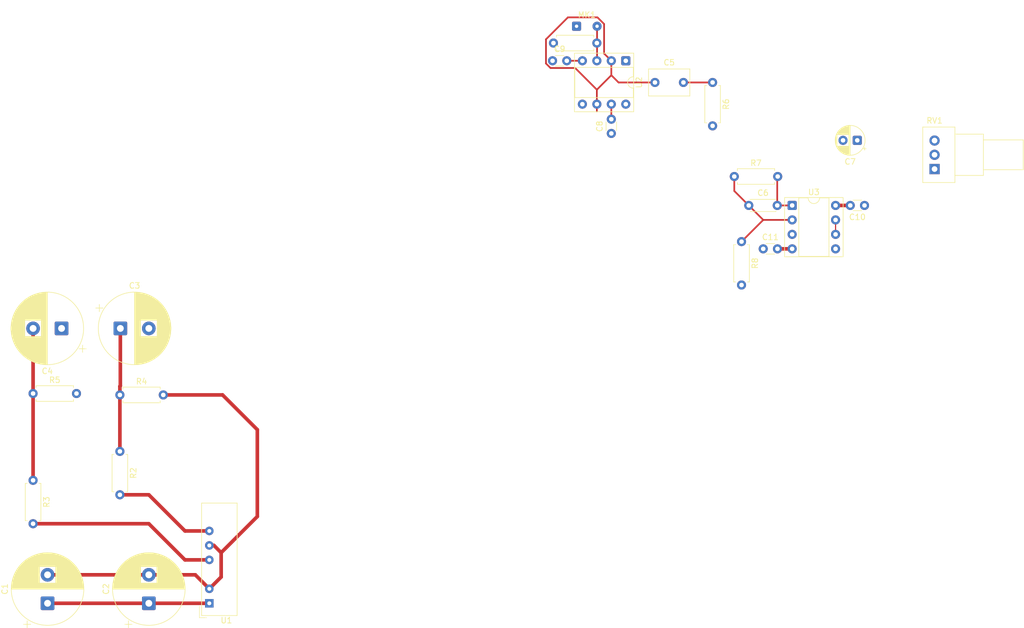
<source format=kicad_pcb>
(kicad_pcb (version 20241229) (generator "pcbnew") (generator_version "9.0")
  (layers (0 "F.Cu" signal) (2 "B.Cu" signal) (13 "F.Paste" user) (15 "B.Paste" user) (5 "F.SilkS" user "F.Silkscreen") (7 "B.SilkS" user "B.Silkscreen") (1 "F.Mask" user) (3 "B.Mask" user) (25 "Edge.Cuts" user))
  (net 0 "")
  (net 1 "Net-(U3A-+)")
  (net 2 "GND")
  (net 3 "+5V")
  (net 4 "+15V")
  (net 5 "-15V")
  (net 6 "Net-(U3A--)")
  (net 7 "Net-(C6-Pad2)")
  (net 8 "Net-(U2A--)")
  (net 9 "Net-(MK1-+)")
  (net 10 "Net-(U1-VOUT+)")
  (net 11 "Net-(U1-VOUT-)")
  (net 12 "AudioOUT")
  (net 13 "Net-(C7-Pad2)")
  (net 17 "Net-(U3B--)")
  (footprint "Capacitor_THT:CP_Radial_D12.5mm_P5.00mm" (layer "F.Cu") (at 27.94 74.93 180)
    (property "Reference" "C4" (at 2.5 -7.5 0) (layer "F.SilkS"))
    (property "Value" "2200u")
    (pad "1" thru_hole roundrect (at 0 0 180) (size 2.4 2.4) (drill 1.2) (layers "*.Cu" "*.Mask") (roundrect_rratio 0.104167) (net 2 "GND"))
    (pad "2" thru_hole circle (at 5 0 180) (size 2.4 2.4) (drill 1.2) (layers "*.Cu" "*.Mask") (net 5 "-15V"))
  )
  (footprint "Capacitor_THT:CP_Radial_D5.0mm_P2.50mm" (layer "F.Cu") (at 167.64 41.91 180)
    (property "Reference" "C7" (at 1.25 -3.75 0) (layer "F.SilkS"))
    (property "Value" "10uF")
    (pad "1" thru_hole roundrect (at 0 0 180) (size 1.6 1.6) (drill 0.8) (layers "*.Cu" "*.Mask") (roundrect_rratio 0.15625) (net 7 "Net-(C6-Pad2)"))
    (pad "2" thru_hole circle (at 2.5 0 180) (size 1.6 1.6) (drill 0.8) (layers "*.Cu" "*.Mask") (net 13 "Net-(C7-Pad2)"))
  )
  (footprint "Capacitor_THT:C_Disc_D4.3mm_W1.9mm_P5.00mm" (layer "F.Cu") (at 148.59 53.34)
    (property "Reference" "C6" (at 2.5 -2.2 0) (layer "F.SilkS"))
    (property "Value" "22pF")
    (pad "1" thru_hole circle (at 0 0) (size 1.6 1.6) (drill 0.8) (layers "*.Cu" "*.Mask") (net 6 "Net-(U3A--)"))
    (pad "2" thru_hole circle (at 5 0) (size 1.6 1.6) (drill 0.8) (layers "*.Cu" "*.Mask") (net 7 "Net-(C6-Pad2)"))
  )
  (footprint "Capacitor_THT:C_Disc_D3.0mm_W1.6mm_P2.50mm" (layer "F.Cu") (at 124.46 40.7 90)
    (property "Reference" "C8" (at 1.25 -2.05 90) (layer "F.SilkS"))
    (property "Value" "0u1")
    (pad "1" thru_hole circle (at 0 0 90) (size 1.6 1.6) (drill 0.8) (layers "*.Cu" "*.Mask") (net 2 "GND"))
    (pad "2" thru_hole circle (at 2.5 0 90) (size 1.6 1.6) (drill 0.8) (layers "*.Cu" "*.Mask") (net 4 "+15V"))
  )
  (footprint "Resistor_THT:R_Axial_DIN0207_L6.3mm_D2.5mm_P7.62mm_Horizontal" (layer "F.Cu") (at 38.18 86.61)
    (property "Reference" "R4" (at 3.81 -2.37 0) (layer "F.SilkS"))
    (property "Value" "2k2")
    (pad "1" thru_hole circle (at 0 0) (size 1.6 1.6) (drill 0.8) (layers "*.Cu" "*.Mask") (net 4 "+15V"))
    (pad "2" thru_hole circle (at 7.62 0) (size 1.6 1.6) (drill 0.8) (layers "*.Cu" "*.Mask") (net 2 "GND"))
  )
  (footprint "Potentiometer_THT:Potentiometer_Alps_RK09Y11_Single_Horizontal" (layer "F.Cu") (at 181.21 46.95 180)
    (property "Reference" "RV1" (at 0 8.5 0) (layer "F.SilkS"))
    (property "Value" "R_Potentiometer_US")
    (pad "1" thru_hole rect (at 0 0) (size 1.8 1.8) (drill 1) (layers "*.Cu" "*.Mask") (net 2 "GND"))
    (pad "2" thru_hole circle (at 0 2.5) (size 1.8 1.8) (drill 1) (layers "*.Cu" "*.Mask") (net 12 "AudioOUT"))
    (pad "3" thru_hole circle (at 0 5) (size 1.8 1.8) (drill 1) (layers "*.Cu" "*.Mask") (net 13 "Net-(C7-Pad2)"))
  )
  (footprint "Capacitor_THT:CP_Radial_D12.5mm_P5.00mm" (layer "F.Cu") (at 43.26 123.19 90)
    (property "Reference" "C2" (at 2.5 -7.5 90) (layer "F.SilkS"))
    (property "Value" "2200uF")
    (pad "1" thru_hole roundrect (at 0 0 90) (size 2.4 2.4) (drill 1.2) (layers "*.Cu" "*.Mask") (roundrect_rratio 0.104167) (net 3 "+5V"))
    (pad "2" thru_hole circle (at 5 0 90) (size 2.4 2.4) (drill 1.2) (layers "*.Cu" "*.Mask") (net 2 "GND"))
  )
  (footprint "Capacitor_THT:C_Disc_D3.0mm_W1.6mm_P2.50mm" (layer "F.Cu") (at 114.14 27.94)
    (property "Reference" "C9" (at 1.25 -2.05 0) (layer "F.SilkS"))
    (property "Value" "0u1")
    (pad "1" thru_hole circle (at 0 0) (size 1.6 1.6) (drill 0.8) (layers "*.Cu" "*.Mask") (net 2 "GND"))
    (pad "2" thru_hole circle (at 2.5 0) (size 1.6 1.6) (drill 0.8) (layers "*.Cu" "*.Mask") (net 5 "-15V"))
  )
  (footprint "Capacitor_THT:CP_Radial_D12.5mm_P5.00mm" (layer "F.Cu") (at 25.48 123.19 90)
    (property "Reference" "C1" (at 2.5 -7.5 90) (layer "F.SilkS"))
    (property "Value" "2200uF")
    (pad "1" thru_hole roundrect (at 0 0 90) (size 2.4 2.4) (drill 1.2) (layers "*.Cu" "*.Mask") (roundrect_rratio 0.104167) (net 3 "+5V"))
    (pad "2" thru_hole circle (at 5 0 90) (size 2.4 2.4) (drill 1.2) (layers "*.Cu" "*.Mask") (net 2 "GND"))
  )
  (footprint "Converter_DCDC:Converter_DCDC_Murata_NMAxxxxSC_THT" (layer "F.Cu") (at 53.88 123.19 180)
    (property "Reference" "U1" (at -3 -3 0) (layer "F.SilkS"))
    (property "Value" "NMA0515SC")
    (pad "1" thru_hole rect (at 0 0 180) (size 1.5 1.5) (drill 0.7) (layers "*.Cu" "*.Mask") (net 3 "+5V"))
    (pad "2" thru_hole oval (at 0 2.54 180) (size 1.5 1.5) (drill 0.7) (layers "*.Cu" "*.Mask") (net 2 "GND"))
    (pad "4" thru_hole oval (at 0 7.62 180) (size 1.5 1.5) (drill 0.7) (layers "*.Cu" "*.Mask") (net 11 "Net-(U1-VOUT-)"))
    (pad "5" thru_hole oval (at 0 10.16 180) (size 1.5 1.5) (drill 0.7) (layers "*.Cu" "*.Mask") (net 2 "GND"))
    (pad "6" thru_hole oval (at 0 12.7 180) (size 1.5 1.5) (drill 0.7) (layers "*.Cu" "*.Mask") (net 10 "Net-(U1-VOUT+)"))
  )
  (footprint "Package_DIP:DIP-8_W7.62mm_Socket" (layer "F.Cu") (at 156.21 53.34)
    (property "Reference" "U3" (at 3.81 -2.33 0) (layer "F.SilkS"))
    (property "Value" "NE5532")
    (pad "1" thru_hole roundrect (at 0 0) (size 1.6 1.6) (drill 0.8) (layers "*.Cu" "*.Mask") (roundrect_rratio 0.15625) (net 7 "Net-(C6-Pad2)"))
    (pad "2" thru_hole circle (at 0 2.54) (size 1.6 1.6) (drill 0.8) (layers "*.Cu" "*.Mask") (net 6 "Net-(U3A--)"))
    (pad "3" thru_hole circle (at 0 5.08) (size 1.6 1.6) (drill 0.8) (layers "*.Cu" "*.Mask") (net 1 "Net-(U3A-+)"))
    (pad "4" thru_hole circle (at 0 7.62) (size 1.6 1.6) (drill 0.8) (layers "*.Cu" "*.Mask") (net 5 "-15V"))
    (pad "5" thru_hole circle (at 7.62 7.62) (size 1.6 1.6) (drill 0.8) (layers "*.Cu" "*.Mask") (net 2 "GND"))
    (pad "6" thru_hole circle (at 7.62 5.08) (size 1.6 1.6) (drill 0.8) (layers "*.Cu" "*.Mask") (net 17 "Net-(U3B--)"))
    (pad "7" thru_hole circle (at 7.62 2.54) (size 1.6 1.6) (drill 0.8) (layers "*.Cu" "*.Mask") (net 17 "Net-(U3B--)"))
    (pad "8" thru_hole circle (at 7.62 0) (size 1.6 1.6) (drill 0.8) (layers "*.Cu" "*.Mask") (net 4 "+15V"))
  )
  (footprint "Resistor_THT:R_Axial_DIN0207_L6.3mm_D2.5mm_P7.62mm_Horizontal" (layer "F.Cu") (at 38.18 96.52 -90)
    (property "Reference" "R2" (at 3.81 -2.37 90) (layer "F.SilkS"))
    (property "Value" "100")
    (pad "1" thru_hole circle (at 0 0 270) (size 1.6 1.6) (drill 0.8) (layers "*.Cu" "*.Mask") (net 4 "+15V"))
    (pad "2" thru_hole circle (at 7.62 0 270) (size 1.6 1.6) (drill 0.8) (layers "*.Cu" "*.Mask") (net 10 "Net-(U1-VOUT+)"))
  )
  (footprint "Resistor_THT:R_Axial_DIN0207_L6.3mm_D2.5mm_P7.62mm_Horizontal" (layer "F.Cu") (at 121.92 24.83 180)
    (property "Reference" "R1" (hide yes))
    (property "Value" "1G")
    (pad "1" thru_hole circle (at 0 0 180) (size 1.6 1.6) (drill 0.8) (layers "*.Cu" "*.Mask") (net 9 "Net-(MK1-+)"))
    (pad "2" thru_hole circle (at 7.62 0 180) (size 1.6 1.6) (drill 0.8) (layers "*.Cu" "*.Mask") (net 2 "GND"))
  )
  (footprint "Resistor_THT:R_Axial_DIN0207_L6.3mm_D2.5mm_P7.62mm_Horizontal" (layer "F.Cu") (at 22.94 101.6 -90)
    (property "Reference" "R3" (at 3.81 -2.37 90) (layer "F.SilkS"))
    (property "Value" "100")
    (pad "1" thru_hole circle (at 0 0 270) (size 1.6 1.6) (drill 0.8) (layers "*.Cu" "*.Mask") (net 5 "-15V"))
    (pad "2" thru_hole circle (at 7.62 0 270) (size 1.6 1.6) (drill 0.8) (layers "*.Cu" "*.Mask") (net 11 "Net-(U1-VOUT-)"))
  )
  (footprint "Capacitor_THT:CP_Radial_D12.5mm_P5.00mm" (layer "F.Cu") (at 38.26 74.93)
    (property "Reference" "C3" (at 2.5 -7.5 0) (layer "F.SilkS"))
    (property "Value" "2200u")
    (pad "1" thru_hole roundrect (at 0 0) (size 2.4 2.4) (drill 1.2) (layers "*.Cu" "*.Mask") (roundrect_rratio 0.104167) (net 4 "+15V"))
    (pad "2" thru_hole circle (at 5 0) (size 2.4 2.4) (drill 1.2) (layers "*.Cu" "*.Mask") (net 2 "GND"))
  )
  (footprint "Resistor_THT:R_Axial_DIN0207_L6.3mm_D2.5mm_P7.62mm_Horizontal" (layer "F.Cu") (at 142.24 31.75 -90)
    (property "Reference" "R6" (at 3.81 -2.37 90) (layer "F.SilkS"))
    (property "Value" "47k")
    (pad "1" thru_hole circle (at 0 0 270) (size 1.6 1.6) (drill 0.8) (layers "*.Cu" "*.Mask") (net 1 "Net-(U3A-+)"))
    (pad "2" thru_hole circle (at 7.62 0 270) (size 1.6 1.6) (drill 0.8) (layers "*.Cu" "*.Mask") (net 2 "GND"))
  )
  (footprint "Resistor_THT:R_Axial_DIN0207_L6.3mm_D2.5mm_P7.62mm_Horizontal" (layer "F.Cu") (at 22.94 86.36)
    (property "Reference" "R5" (at 3.81 -2.37 0) (layer "F.SilkS"))
    (property "Value" "2k2")
    (pad "1" thru_hole circle (at 0 0) (size 1.6 1.6) (drill 0.8) (layers "*.Cu" "*.Mask") (net 5 "-15V"))
    (pad "2" thru_hole circle (at 7.62 0) (size 1.6 1.6) (drill 0.8) (layers "*.Cu" "*.Mask") (net 2 "GND"))
  )
  (footprint "Capacitor_THT:C_Disc_D3.0mm_W1.6mm_P2.50mm" (layer "F.Cu") (at 151.13 60.96)
    (property "Reference" "C11" (at 1.25 -2.05 0) (layer "F.SilkS"))
    (property "Value" "0u1")
    (pad "1" thru_hole circle (at 0 0) (size 1.6 1.6) (drill 0.8) (layers "*.Cu" "*.Mask") (net 2 "GND"))
    (pad "2" thru_hole circle (at 2.5 0) (size 1.6 1.6) (drill 0.8) (layers "*.Cu" "*.Mask") (net 5 "-15V"))
  )
  (footprint "Capacitor_THT:C_Disc_D3.0mm_W1.6mm_P2.50mm" (layer "F.Cu") (at 168.91 53.34 180)
    (property "Reference" "C10" (at 1.25 -2.05 0) (layer "F.SilkS"))
    (property "Value" "0u1")
    (pad "1" thru_hole circle (at 0 0 180) (size 1.6 1.6) (drill 0.8) (layers "*.Cu" "*.Mask") (net 2 "GND"))
    (pad "2" thru_hole circle (at 2.5 0 180) (size 1.6 1.6) (drill 0.8) (layers "*.Cu" "*.Mask") (net 4 "+15V"))
  )
  (footprint "Resistor_THT:R_Axial_DIN0207_L6.3mm_D2.5mm_P7.62mm_Horizontal" (layer "F.Cu") (at 146.05 48.26)
    (property "Reference" "R7" (at 3.81 -2.37 0) (layer "F.SilkS"))
    (property "Value" "33k")
    (pad "1" thru_hole circle (at 0 0) (size 1.6 1.6) (drill 0.8) (layers "*.Cu" "*.Mask") (net 6 "Net-(U3A--)"))
    (pad "2" thru_hole circle (at 7.62 0) (size 1.6 1.6) (drill 0.8) (layers "*.Cu" "*.Mask") (net 7 "Net-(C6-Pad2)"))
  )
  (footprint "Resistor_THT:R_Axial_DIN0207_L6.3mm_D2.5mm_P7.62mm_Horizontal" (layer "F.Cu") (at 147.32 59.69 -90)
    (property "Reference" "R8" (at 3.81 -2.37 90) (layer "F.SilkS"))
    (property "Value" "1k")
    (pad "1" thru_hole circle (at 0 0 270) (size 1.6 1.6) (drill 0.8) (layers "*.Cu" "*.Mask") (net 6 "Net-(U3A--)"))
    (pad "2" thru_hole circle (at 7.62 0 270) (size 1.6 1.6) (drill 0.8) (layers "*.Cu" "*.Mask") (net 2 "GND"))
  )
  (footprint "Package_DIP:DIP-8_W7.62mm_Socket" (layer "F.Cu") (at 127 27.94 -90)
    (property "Reference" "U2" (at 3.81 -2.33 90) (layer "F.SilkS"))
    (property "Value" "TL071")
    (pad "1" thru_hole roundrect (at 0 0 270) (size 1.6 1.6) (drill 0.8) (layers "*.Cu" "*.Mask") (roundrect_rratio 0.15625))
    (pad "2" thru_hole circle (at 0 2.54 270) (size 1.6 1.6) (drill 0.8) (layers "*.Cu" "*.Mask") (net 8 "Net-(U2A--)"))
    (pad "3" thru_hole circle (at 0 5.08 270) (size 1.6 1.6) (drill 0.8) (layers "*.Cu" "*.Mask") (net 9 "Net-(MK1-+)"))
    (pad "4" thru_hole circle (at 0 7.62 270) (size 1.6 1.6) (drill 0.8) (layers "*.Cu" "*.Mask") (net 5 "-15V"))
    (pad "5" thru_hole circle (at 7.62 7.62 270) (size 1.6 1.6) (drill 0.8) (layers "*.Cu" "*.Mask"))
    (pad "6" thru_hole circle (at 7.62 5.08 270) (size 1.6 1.6) (drill 0.8) (layers "*.Cu" "*.Mask") (net 8 "Net-(U2A--)"))
    (pad "7" thru_hole circle (at 7.62 2.54 270) (size 1.6 1.6) (drill 0.8) (layers "*.Cu" "*.Mask") (net 4 "+15V"))
    (pad "8" thru_hole circle (at 7.62 0 270) (size 1.6 1.6) (drill 0.8) (layers "*.Cu" "*.Mask"))
  )
  (footprint "Connector_Wire:SolderWire-0.1sqmm_1x02_P3.6mm_D0.4mm_OD1mm" (layer "F.Cu") (at 118.355523 21.88)
    (property "Reference" "MK1" (at 1.8 -2 0) (layer "F.SilkS"))
    (property "Value" "JIL2555")
    (pad "1" thru_hole roundrect (at 0 0) (size 1.6 1.6) (drill 0.6) (layers "*.Cu" "*.Mask") (roundrect_rratio 0.15625) (net 2 "GND"))
    (pad "2" thru_hole circle (at 3.6 0) (size 1.6 1.6) (drill 0.6) (layers "*.Cu" "*.Mask") (net 9 "Net-(MK1-+)"))
  )
  (footprint "Capacitor_THT:C_Rect_L7.0mm_W4.5mm_P5.00mm" (layer "F.Cu") (at 132.12 31.75)
    (property "Reference" "C5" (at 2.5 -3.5 0) (layer "F.SilkS"))
    (property "Value" "1u")
    (pad "1" thru_hole circle (at 0 0) (size 1.6 1.6) (drill 0.8) (layers "*.Cu" "*.Mask") (net 8 "Net-(U2A--)"))
    (pad "2" thru_hole circle (at 5 0) (size 1.6 1.6) (drill 0.8) (layers "*.Cu" "*.Mask") (net 1 "Net-(U3A-+)"))
  )
  (segment (start 137.12 31.75) (end 142.24 31.75) (width 0.3) (layer "F.Cu") (net 1))
  (segment (start 55.96 114.3) (end 55.96 118.57) (width 0.635) (layer "F.Cu") (net 2))
  (segment (start 25.48 118.19) (end 43.26 118.19) (width 0.635) (layer "F.Cu") (net 2))
  (segment (start 55.96 118.57) (end 53.88 120.65) (width 0.635) (layer "F.Cu") (net 2))
  (segment (start 53.42 120.61) (end 53.88 120.15) (width 0.2) (layer "F.Cu") (net 2))
  (segment (start 53.88 120.65) (end 51.42 118.19) (width 0.635) (layer "F.Cu") (net 2))
  (segment (start 62.31 107.95) (end 62.31 92.71) (width 0.635) (layer "F.Cu") (net 2))
  (segment (start 55.96 114.3) (end 62.31 107.95) (width 0.635) (layer "F.Cu") (net 2))
  (segment (start 54.69 113.03) (end 55.96 114.3) (width 0.635) (layer "F.Cu") (net 2))
  (segment (start 51.42 118.19) (end 43.26 118.19) (width 0.635) (layer "F.Cu") (net 2))
  (segment (start 62.31 92.71) (end 56.21 86.61) (width 0.635) (layer "F.Cu") (net 2))
  (segment (start 53.88 113.03) (end 54.69 113.03) (width 0.635) (layer "F.Cu") (net 2))
  (segment (start 45.8 86.61) (end 56.21 86.61) (width 0.635) (layer "F.Cu") (net 2))
  (segment (start 43.18 118.11) (end 43.26 118.19) (width 0.2) (layer "B.Cu") (net 2))
  (segment (start 25.48 123.11) (end 25.48 123.19) (width 0.2) (layer "F.Cu") (net 3))
  (segment (start 43.26 123.19) (end 25.48 123.19) (width 0.635) (layer "F.Cu") (net 3))
  (segment (start 25.56 123.19) (end 25.48 123.11) (width 0.2) (layer "F.Cu") (net 3))
  (segment (start 53.88 123.19) (end 43.26 123.19) (width 0.635) (layer "F.Cu") (net 3))
  (segment (start 124.46 35.56) (end 124.46 38.2) (width 0.3) (layer "F.Cu") (net 4))
  (segment (start 38.18 85.09) (end 38.26 85.01) (width 0.635) (layer "F.Cu") (net 4))
  (segment (start 38.18 86.61) (end 38.18 96.52) (width 0.635) (layer "F.Cu") (net 4))
  (segment (start 38.18 86.61) (end 38.18 85.09) (width 0.635) (layer "F.Cu") (net 4))
  (segment (start 163.83 53.34) (end 166.41 53.34) (width 0.635) (layer "F.Cu") (net 4))
  (segment (start 38.26 85.01) (end 38.26 74.93) (width 0.635) (layer "F.Cu") (net 4))
  (segment (start 116.64 27.94) (end 119.38 27.94) (width 0.3) (layer "F.Cu") (net 5))
  (segment (start 22.94 86.36) (end 22.94 74.93) (width 0.635) (layer "F.Cu") (net 5))
  (segment (start 22.94 101.6) (end 22.94 86.36) (width 0.635) (layer "F.Cu") (net 5))
  (segment (start 156.21 60.96) (end 153.63 60.96) (width 0.635) (layer "F.Cu") (net 5))
  (segment (start 147.32 59.69) (end 151.13 55.88) (width 0.3) (layer "F.Cu") (net 6))
  (segment (start 146.05 48.26) (end 146.05 50.8) (width 0.3) (layer "F.Cu") (net 6))
  (segment (start 156.21 55.88) (end 151.13 55.88) (width 0.3) (layer "F.Cu") (net 6))
  (segment (start 151.13 55.88) (end 148.59 53.34) (width 0.3) (layer "F.Cu") (net 6))
  (segment (start 146.05 50.8) (end 148.59 53.34) (width 0.3) (layer "F.Cu") (net 6))
  (segment (start 153.59 53.34) (end 153.59 48.34) (width 0.3) (layer "F.Cu") (net 7))
  (segment (start 153.59 48.34) (end 153.67 48.26) (width 0.3) (layer "F.Cu") (net 7))
  (segment (start 153.59 53.34) (end 156.21 53.34) (width 0.3) (layer "F.Cu") (net 7))
  (segment (start 123.19 21.486717) (end 123.19 26.67) (width 0.3) (layer "F.Cu") (net 8))
  (segment (start 124.46 30.48) (end 125.73 31.75) (width 0.3) (layer "F.Cu") (net 8))
  (segment (start 118.11 29.21) (end 113.78224 29.21) (width 0.3) (layer "F.Cu") (net 8))
  (segment (start 122.023283 20.32) (end 123.19 21.486717) (width 0.3) (layer "F.Cu") (net 8))
  (segment (start 121.92 33.02) (end 118.11 29.21) (width 0.3) (layer "F.Cu") (net 8))
  (segment (start 123.19 26.67) (end 124.46 27.94) (width 0.3) (layer "F.Cu") (net 8))
  (segment (start 125.73 31.75) (end 132.12 31.75) (width 0.3) (layer "F.Cu") (net 8))
  (segment (start 116.84 20.32) (end 122.023283 20.32) (width 0.3) (layer "F.Cu") (net 8))
  (segment (start 121.92 33.02) (end 121.92 36.83) (width 0.3) (layer "F.Cu") (net 8))
  (segment (start 112.989 24.171) (end 116.84 20.32) (width 0.3) (layer "F.Cu") (net 8))
  (segment (start 124.46 30.48) (end 124.46 27.94) (width 0.3) (layer "F.Cu") (net 8))
  (segment (start 124.46 30.48) (end 121.92 33.02) (width 0.3) (layer "F.Cu") (net 8))
  (segment (start 112.989 28.41676) (end 112.989 24.171) (width 0.3) (layer "F.Cu") (net 8))
  (segment (start 113.78224 29.21) (end 112.989 28.41676) (width 0.3) (layer "F.Cu") (net 8))
  (segment (start 121.955523 25.364477) (end 121.92 25.4) (width 0.3) (layer "F.Cu") (net 9))
  (segment (start 121.955523 27.904477) (end 121.92 27.94) (width 0.3) (layer "F.Cu") (net 9))
  (segment (start 121.955523 21.88) (end 121.955523 27.904477) (width 0.3) (layer "F.Cu") (net 9))
  (segment (start 49.61 110.49) (end 43.26 104.14) (width 0.635) (layer "F.Cu") (net 10))
  (segment (start 53.88 110.49) (end 49.61 110.49) (width 0.635) (layer "F.Cu") (net 10))
  (segment (start 43.26 104.14) (end 38.18 104.14) (width 0.635) (layer "F.Cu") (net 10))
  (segment (start 43.26 109.22) (end 49.61 115.57) (width 0.635) (layer "F.Cu") (net 11))
  (segment (start 49.61 115.57) (end 53.88 115.57) (width 0.635) (layer "F.Cu") (net 11))
  (segment (start 43.26 109.22) (end 22.94 109.22) (width 0.635) (layer "F.Cu") (net 11))
  (segment (start 163.83 58.42) (end 163.83 55.88) (width 0.2) (layer "F.Cu") (net 17))
)
</source>
